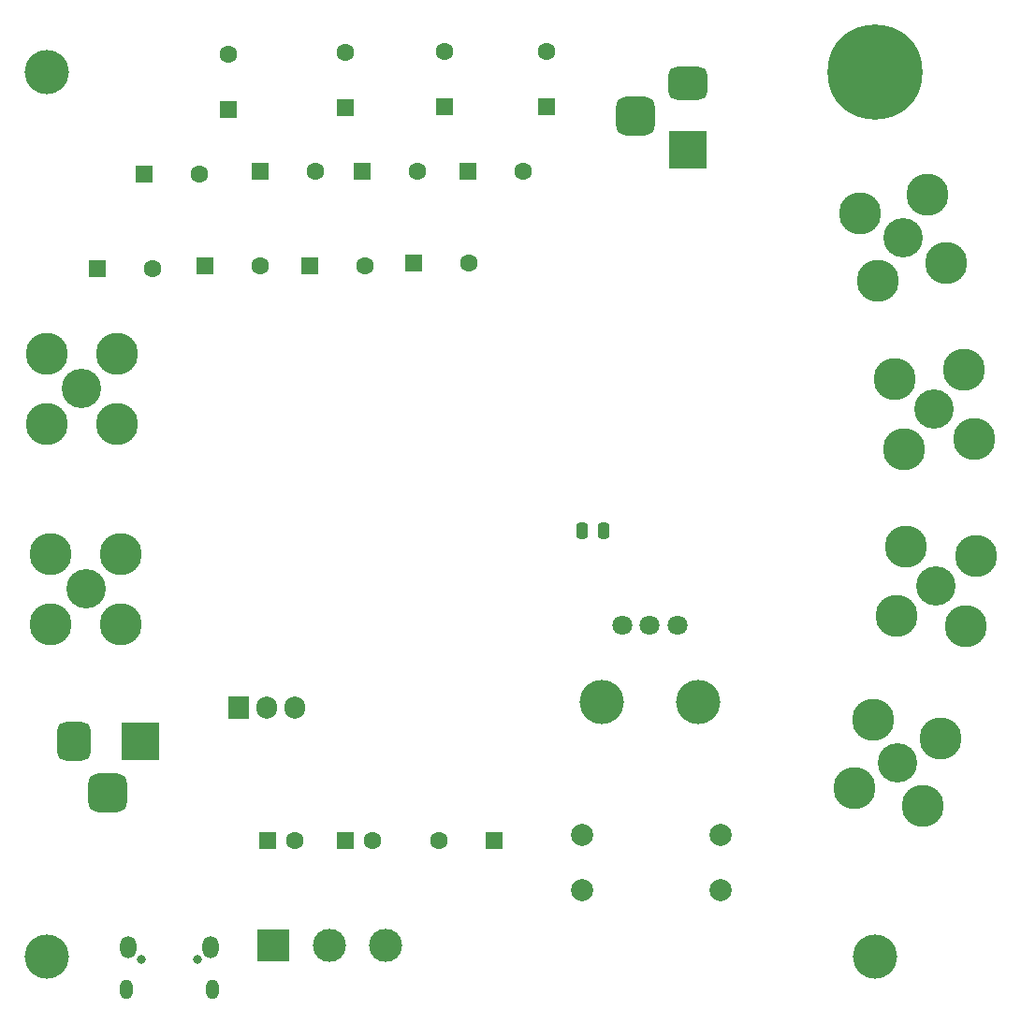
<source format=gbr>
%TF.GenerationSoftware,KiCad,Pcbnew,(6.0.0)*%
%TF.CreationDate,2022-08-23T12:36:08-04:00*%
%TF.ProjectId,Saturation_Tester,53617475-7261-4746-996f-6e5f54657374,rev?*%
%TF.SameCoordinates,Original*%
%TF.FileFunction,Soldermask,Bot*%
%TF.FilePolarity,Negative*%
%FSLAX46Y46*%
G04 Gerber Fmt 4.6, Leading zero omitted, Abs format (unit mm)*
G04 Created by KiCad (PCBNEW (6.0.0)) date 2022-08-23 12:36:08*
%MOMM*%
%LPD*%
G01*
G04 APERTURE LIST*
G04 Aperture macros list*
%AMRoundRect*
0 Rectangle with rounded corners*
0 $1 Rounding radius*
0 $2 $3 $4 $5 $6 $7 $8 $9 X,Y pos of 4 corners*
0 Add a 4 corners polygon primitive as box body*
4,1,4,$2,$3,$4,$5,$6,$7,$8,$9,$2,$3,0*
0 Add four circle primitives for the rounded corners*
1,1,$1+$1,$2,$3*
1,1,$1+$1,$4,$5*
1,1,$1+$1,$6,$7*
1,1,$1+$1,$8,$9*
0 Add four rect primitives between the rounded corners*
20,1,$1+$1,$2,$3,$4,$5,0*
20,1,$1+$1,$4,$5,$6,$7,0*
20,1,$1+$1,$6,$7,$8,$9,0*
20,1,$1+$1,$8,$9,$2,$3,0*%
G04 Aperture macros list end*
%ADD10C,3.556000*%
%ADD11C,3.810000*%
%ADD12R,1.600000X1.600000*%
%ADD13C,1.600000*%
%ADD14R,3.500000X3.500000*%
%ADD15RoundRect,0.750000X-0.750000X-1.000000X0.750000X-1.000000X0.750000X1.000000X-0.750000X1.000000X0*%
%ADD16RoundRect,0.875000X-0.875000X-0.875000X0.875000X-0.875000X0.875000X0.875000X-0.875000X0.875000X0*%
%ADD17O,0.800000X0.800000*%
%ADD18O,1.450000X2.000000*%
%ADD19O,1.150000X1.800000*%
%ADD20R,1.905000X2.000000*%
%ADD21O,1.905000X2.000000*%
%ADD22C,8.600000*%
%ADD23C,4.000000*%
%ADD24R,3.000000X3.000000*%
%ADD25C,3.000000*%
%ADD26RoundRect,0.750000X-1.000000X0.750000X-1.000000X-0.750000X1.000000X-0.750000X1.000000X0.750000X0*%
%ADD27RoundRect,0.875000X-0.875000X0.875000X-0.875000X-0.875000X0.875000X-0.875000X0.875000X0.875000X0*%
%ADD28C,1.800000*%
%ADD29C,2.000000*%
%ADD30RoundRect,0.250000X-0.250000X-0.475000X0.250000X-0.475000X0.250000X0.475000X-0.250000X0.475000X0*%
G04 APERTURE END LIST*
D10*
%TO.C,J2*%
X78175000Y-86125000D03*
D11*
X75000000Y-89300000D03*
X81350000Y-82950000D03*
X75000000Y-82950000D03*
X81350000Y-89300000D03*
%TD*%
D10*
%TO.C,J3*%
X78560362Y-104250000D03*
D11*
X81735362Y-107425000D03*
X75385362Y-107425000D03*
X81735362Y-101075000D03*
X75385362Y-101075000D03*
%TD*%
D10*
%TO.C,J5*%
X155500000Y-104000000D03*
D11*
X158202227Y-107585976D03*
X151914024Y-106702227D03*
X159085976Y-101297773D03*
X152797773Y-100414024D03*
%TD*%
D10*
%TO.C,J4*%
X155325000Y-88000000D03*
D11*
X158027227Y-84414024D03*
X152622773Y-91585976D03*
X158910976Y-90702227D03*
X151739024Y-85297773D03*
%TD*%
D12*
%TO.C,C4*%
X95000000Y-127000000D03*
D13*
X97500000Y-127000000D03*
%TD*%
D14*
%TO.C,J8*%
X83500000Y-118000000D03*
D15*
X77500000Y-118000000D03*
D16*
X80500000Y-122700000D03*
%TD*%
D17*
%TO.C,J9*%
X83625000Y-137750000D03*
X88625000Y-137750000D03*
D18*
X82400000Y-136700000D03*
D19*
X82250000Y-140500000D03*
X90000000Y-140500000D03*
D18*
X89850000Y-136700000D03*
%TD*%
D12*
%TO.C,C6*%
X102000000Y-127000000D03*
D13*
X104500000Y-127000000D03*
%TD*%
D20*
%TO.C,U5*%
X92420000Y-115000000D03*
D21*
X94960000Y-115000000D03*
X97500000Y-115000000D03*
%TD*%
D12*
%TO.C,C9*%
X115500000Y-127000000D03*
D13*
X110500000Y-127000000D03*
%TD*%
D12*
%TO.C,C19*%
X79597349Y-75250000D03*
D13*
X84597349Y-75250000D03*
%TD*%
D22*
%TO.C,H1*%
X150000000Y-57500000D03*
%TD*%
D23*
%TO.C,H2*%
X75000000Y-137500000D03*
%TD*%
%TO.C,H4*%
X150000000Y-137500000D03*
%TD*%
%TO.C,H3*%
X75000000Y-57500000D03*
%TD*%
D24*
%TO.C,J11*%
X95500000Y-136500000D03*
D25*
X100580000Y-136500000D03*
X105660000Y-136500000D03*
%TD*%
D14*
%TO.C,J6*%
X133000000Y-64500000D03*
D26*
X133000000Y-58500000D03*
D27*
X128300000Y-61500000D03*
%TD*%
D10*
%TO.C,J10*%
X152500000Y-72500000D03*
D11*
X148611435Y-70254936D03*
X150254936Y-76388565D03*
X154745064Y-68611435D03*
X156388565Y-74745064D03*
%TD*%
D10*
%TO.C,J7*%
X152000000Y-120000000D03*
D11*
X148111435Y-122245064D03*
X155888565Y-117754936D03*
X154245064Y-123888565D03*
X149754936Y-116111435D03*
%TD*%
D23*
%TO.C,RV1*%
X134000000Y-114500000D03*
X125200000Y-114500000D03*
D28*
X127100000Y-107500000D03*
X129600000Y-107500000D03*
X132100000Y-107500000D03*
%TD*%
D12*
%TO.C,C23*%
X83847349Y-66750000D03*
D13*
X88847349Y-66750000D03*
%TD*%
D12*
%TO.C,C17*%
X102000000Y-60750000D03*
D13*
X102000000Y-55750000D03*
%TD*%
D12*
%TO.C,C16*%
X120250000Y-60652651D03*
D13*
X120250000Y-55652651D03*
%TD*%
D12*
%TO.C,C24*%
X89347349Y-75000000D03*
D13*
X94347349Y-75000000D03*
%TD*%
D12*
%TO.C,C22*%
X94347349Y-66500000D03*
D13*
X99347349Y-66500000D03*
%TD*%
D12*
%TO.C,C18*%
X111000000Y-60652651D03*
D13*
X111000000Y-55652651D03*
%TD*%
D29*
%TO.C,SW1*%
X136000000Y-126500000D03*
X123500000Y-126500000D03*
X136000000Y-131500000D03*
X123500000Y-131500000D03*
%TD*%
D12*
%TO.C,C21*%
X103597349Y-66500000D03*
D13*
X108597349Y-66500000D03*
%TD*%
D12*
%TO.C,C2*%
X108250000Y-74750000D03*
D13*
X113250000Y-74750000D03*
%TD*%
D12*
%TO.C,C20*%
X98847349Y-75000000D03*
D13*
X103847349Y-75000000D03*
%TD*%
D12*
%TO.C,C1*%
X113097349Y-66500000D03*
D13*
X118097349Y-66500000D03*
%TD*%
D12*
%TO.C,C14*%
X91500000Y-60902651D03*
D13*
X91500000Y-55902651D03*
%TD*%
D30*
%TO.C,C3*%
X123500000Y-99000000D03*
X125400000Y-99000000D03*
%TD*%
M02*

</source>
